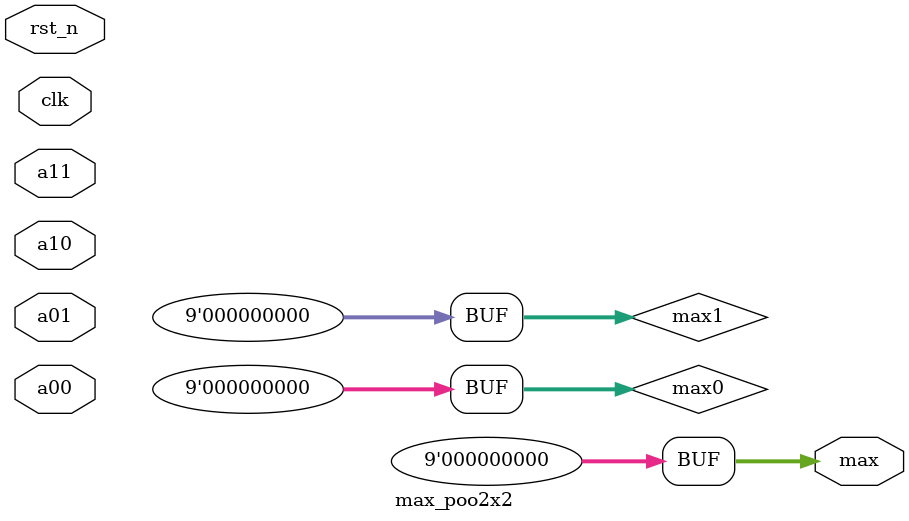
<source format=v>
`timescale 1ns / 1ps

module max_poo2x2#(parameter WIDTH = 9)
(
    input clk,
    input rst_n,

    input signed [WIDTH-1:0] a00, input signed [WIDTH-1:0] a01,
    input signed [WIDTH-1:0] a10, input signed [WIDTH-1:0] a11,

    output [WIDTH-1:0] max
);

reg [WIDTH-1:0] max0;
reg [WIDTH-1:0] max1;

initial
begin
    max0 = 0;
    max1 = 0;
    max = 0;
end

max m0(clk,rst_n,a00,a01,max0);
max m1(clk,rst_n,a10,a11,max1);
max m2(clk,rst_n,max0,max1,max);

endmodule
</source>
